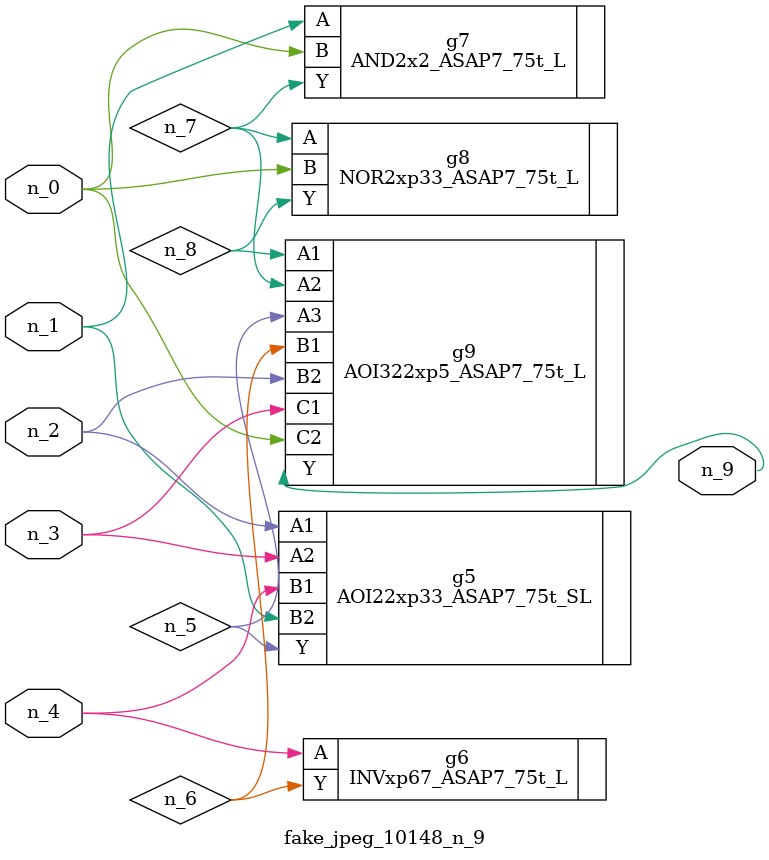
<source format=v>
module fake_jpeg_10148_n_9 (n_3, n_2, n_1, n_0, n_4, n_9);

input n_3;
input n_2;
input n_1;
input n_0;
input n_4;

output n_9;

wire n_8;
wire n_6;
wire n_5;
wire n_7;

AOI22xp33_ASAP7_75t_SL g5 ( 
.A1(n_2),
.A2(n_3),
.B1(n_4),
.B2(n_1),
.Y(n_5)
);

INVxp67_ASAP7_75t_L g6 ( 
.A(n_4),
.Y(n_6)
);

AND2x2_ASAP7_75t_L g7 ( 
.A(n_1),
.B(n_0),
.Y(n_7)
);

NOR2xp33_ASAP7_75t_L g8 ( 
.A(n_7),
.B(n_0),
.Y(n_8)
);

AOI322xp5_ASAP7_75t_L g9 ( 
.A1(n_8),
.A2(n_7),
.A3(n_5),
.B1(n_6),
.B2(n_2),
.C1(n_3),
.C2(n_0),
.Y(n_9)
);


endmodule
</source>
